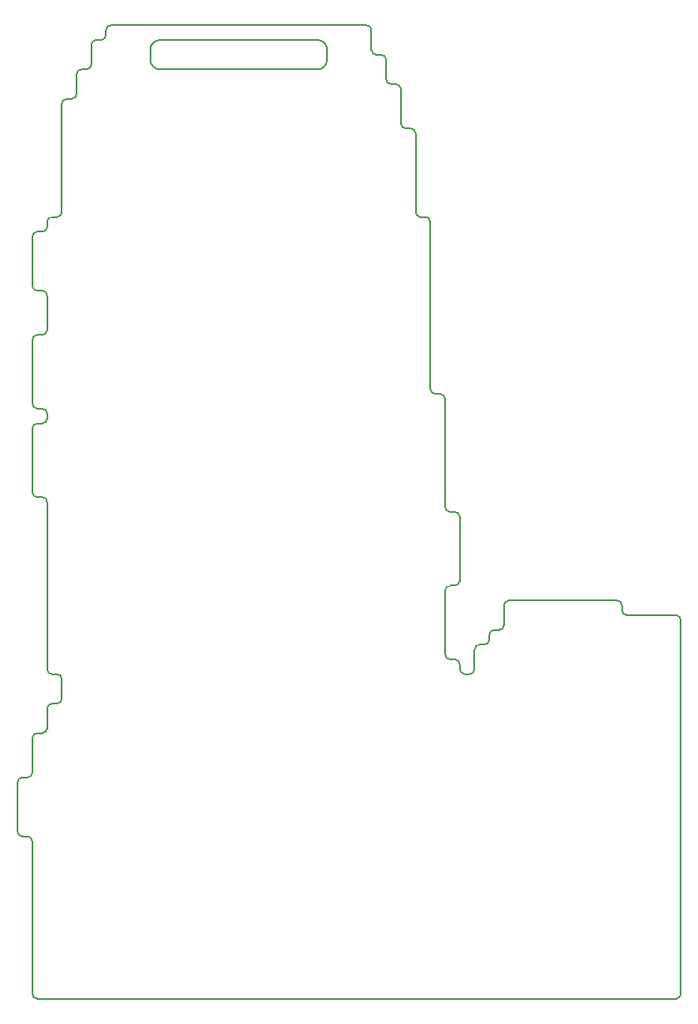
<source format=gbr>
%TF.GenerationSoftware,KiCad,Pcbnew,7.0.9*%
%TF.CreationDate,2024-01-25T10:25:39+02:00*%
%TF.ProjectId,ncscfi-badge2024,6e637363-6669-42d6-9261-646765323032,rev?*%
%TF.SameCoordinates,Original*%
%TF.FileFunction,Profile,NP*%
%FSLAX46Y46*%
G04 Gerber Fmt 4.6, Leading zero omitted, Abs format (unit mm)*
G04 Created by KiCad (PCBNEW 7.0.9) date 2024-01-25 10:25:39*
%MOMM*%
%LPD*%
G01*
G04 APERTURE LIST*
%TA.AperFunction,Profile*%
%ADD10C,0.200000*%
%TD*%
%TA.AperFunction,Profile*%
%ADD11C,0.150000*%
%TD*%
G04 APERTURE END LIST*
D10*
X55000000Y-49500000D02*
X54500000Y-49500000D01*
D11*
X25500000Y-14500000D02*
X25500000Y-15500000D01*
D10*
X55500000Y-50000000D02*
G75*
G03*
X55000000Y-49500000I-500000J0D01*
G01*
X16500000Y-20000000D02*
X16500000Y-31000000D01*
X12500000Y-88500000D02*
G75*
G03*
X12000000Y-89000000I0J-500000D01*
G01*
X17000000Y-19500000D02*
G75*
G03*
X16500000Y-20000000I0J-500000D01*
G01*
X21500000Y-12000000D02*
G75*
G03*
X21000000Y-12500000I0J-500000D01*
G01*
X13500000Y-50500000D02*
G75*
G03*
X14000000Y-51000000I500000J0D01*
G01*
X79000000Y-111000000D02*
G75*
G03*
X79500000Y-110500000I0J500000D01*
G01*
X15500000Y-78000000D02*
X16000000Y-78000000D01*
X51000000Y-18500000D02*
G75*
G03*
X50500000Y-18000000I-500000J0D01*
G01*
X55500000Y-61000000D02*
G75*
G03*
X56000000Y-61500000I500000J0D01*
G01*
X16000000Y-81000000D02*
X15500000Y-81000000D01*
X15500000Y-31500000D02*
G75*
G03*
X15000000Y-32000000I0J-500000D01*
G01*
X57000000Y-77500000D02*
G75*
G03*
X57500000Y-78000000I500000J0D01*
G01*
X18500000Y-16500000D02*
G75*
G03*
X18000000Y-17000000I0J-500000D01*
G01*
X14000000Y-111000000D02*
X79000000Y-111000000D01*
X59500000Y-75000000D02*
X59000000Y-75000000D01*
X13500000Y-95000000D02*
X13500000Y-110500000D01*
X55500000Y-61000000D02*
X55500000Y-50000000D01*
X79000000Y-72000000D02*
X74000000Y-72000000D01*
X15000000Y-51500000D02*
X15000000Y-52000000D01*
X15000000Y-32000000D02*
X15000000Y-32500000D01*
X13500000Y-95000000D02*
G75*
G03*
X13000000Y-94500000I-500000J0D01*
G01*
X15000000Y-39500000D02*
G75*
G03*
X14500000Y-39000000I-500000J0D01*
G01*
X15000000Y-51500000D02*
G75*
G03*
X14500000Y-51000000I-500000J0D01*
G01*
X56500000Y-76500000D02*
X56000000Y-76500000D01*
X12000000Y-94000000D02*
G75*
G03*
X12500000Y-94500000I500000J0D01*
G01*
X15000000Y-60500000D02*
X15000000Y-77500000D01*
X13500000Y-38500000D02*
G75*
G03*
X14000000Y-39000000I500000J0D01*
G01*
D11*
X25500000Y-15500000D02*
G75*
G03*
X26500000Y-16500000I1000000J0D01*
G01*
D10*
X50500000Y-18000000D02*
X50000000Y-18000000D01*
X52500000Y-31000000D02*
X52500000Y-23000000D01*
X15000000Y-39500000D02*
X15000000Y-43000000D01*
X15000000Y-77500000D02*
G75*
G03*
X15500000Y-78000000I500000J0D01*
G01*
X14500000Y-84000000D02*
X14000000Y-84000000D01*
X18000000Y-17000000D02*
X18000000Y-19000000D01*
X48000000Y-14500000D02*
G75*
G03*
X48500000Y-15000000I500000J0D01*
G01*
X17500000Y-19500000D02*
G75*
G03*
X18000000Y-19000000I0J500000D01*
G01*
X21000000Y-12500000D02*
X21000000Y-13000000D01*
X14500000Y-33000000D02*
X14000000Y-33000000D01*
D11*
X43500000Y-15500000D02*
X43500000Y-14500000D01*
D10*
X19000000Y-16500000D02*
G75*
G03*
X19500000Y-16000000I0J500000D01*
G01*
X14500000Y-84000000D02*
G75*
G03*
X15000000Y-83500000I0J500000D01*
G01*
X16000000Y-31500000D02*
G75*
G03*
X16500000Y-31000000I0J500000D01*
G01*
X14500000Y-33000000D02*
G75*
G03*
X15000000Y-32500000I0J500000D01*
G01*
X48000000Y-12500000D02*
G75*
G03*
X47500000Y-12000000I-500000J0D01*
G01*
X56500000Y-61500000D02*
X56000000Y-61500000D01*
X59500000Y-75000000D02*
G75*
G03*
X60000000Y-74500000I0J500000D01*
G01*
X14000000Y-60000000D02*
X14500000Y-60000000D01*
X73500000Y-71000000D02*
G75*
G03*
X73000000Y-70500000I-500000J0D01*
G01*
X73000000Y-70500000D02*
X62000000Y-70500000D01*
X16000000Y-31500000D02*
X15500000Y-31500000D01*
X57000000Y-77000000D02*
G75*
G03*
X56500000Y-76500000I-500000J0D01*
G01*
X12500000Y-94500000D02*
X13000000Y-94500000D01*
X15500000Y-81000000D02*
G75*
G03*
X15000000Y-81500000I0J-500000D01*
G01*
X19000000Y-16500000D02*
X18500000Y-16500000D01*
X51000000Y-22000000D02*
X51000000Y-18500000D01*
X57000000Y-62000000D02*
G75*
G03*
X56500000Y-61500000I-500000J0D01*
G01*
X55500000Y-76000000D02*
G75*
G03*
X56000000Y-76500000I500000J0D01*
G01*
X54000000Y-32000000D02*
G75*
G03*
X53500000Y-31500000I-500000J0D01*
G01*
X52000000Y-22500000D02*
X51500000Y-22500000D01*
X49500000Y-17500000D02*
X49500000Y-15500000D01*
X14000000Y-52500000D02*
G75*
G03*
X13500000Y-53000000I0J-500000D01*
G01*
X58000000Y-78000000D02*
X57500000Y-78000000D01*
X16000000Y-81000000D02*
G75*
G03*
X16500000Y-80500000I0J500000D01*
G01*
X51000000Y-22000000D02*
G75*
G03*
X51500000Y-22500000I500000J0D01*
G01*
X73500000Y-71500000D02*
G75*
G03*
X74000000Y-72000000I500000J0D01*
G01*
X20500000Y-13500000D02*
X20000000Y-13500000D01*
X54000000Y-49000000D02*
X54000000Y-32000000D01*
X58500000Y-75500000D02*
X58500000Y-77500000D01*
X14500000Y-43500000D02*
X14000000Y-43500000D01*
X14000000Y-51000000D02*
X14500000Y-51000000D01*
X13500000Y-53000000D02*
X13500000Y-59500000D01*
X47500000Y-12000000D02*
X21500000Y-12000000D01*
X61000000Y-73500000D02*
G75*
G03*
X61500000Y-73000000I0J500000D01*
G01*
X52500000Y-23000000D02*
G75*
G03*
X52000000Y-22500000I-500000J0D01*
G01*
D11*
X42500000Y-13500000D02*
X26500000Y-13500000D01*
D10*
X55500000Y-76000000D02*
X55500000Y-69500000D01*
X57000000Y-68500000D02*
X57000000Y-62000000D01*
X16500000Y-78500000D02*
X16500000Y-80500000D01*
X16500000Y-78500000D02*
G75*
G03*
X16000000Y-78000000I-500000J0D01*
G01*
X49500000Y-17500000D02*
G75*
G03*
X50000000Y-18000000I500000J0D01*
G01*
X14000000Y-84000000D02*
G75*
G03*
X13500000Y-84500000I0J-500000D01*
G01*
X79500000Y-110500000D02*
X79500000Y-72500000D01*
X20000000Y-13500000D02*
G75*
G03*
X19500000Y-14000000I0J-500000D01*
G01*
X14000000Y-39000000D02*
X14500000Y-39000000D01*
X13000000Y-88500000D02*
G75*
G03*
X13500000Y-88000000I0J500000D01*
G01*
X13000000Y-88500000D02*
X12500000Y-88500000D01*
X52500000Y-31000000D02*
G75*
G03*
X53000000Y-31500000I500000J0D01*
G01*
X61000000Y-73500000D02*
X60500000Y-73500000D01*
X56000000Y-69000000D02*
G75*
G03*
X55500000Y-69500000I0J-500000D01*
G01*
D11*
X26500000Y-16500000D02*
X42500000Y-16500000D01*
D10*
X13500000Y-110500000D02*
G75*
G03*
X14000000Y-111000000I500000J0D01*
G01*
X49000000Y-15000000D02*
X48500000Y-15000000D01*
X19500000Y-14000000D02*
X19500000Y-16000000D01*
X49500000Y-15500000D02*
G75*
G03*
X49000000Y-15000000I-500000J0D01*
G01*
X14500000Y-52500000D02*
G75*
G03*
X15000000Y-52000000I0J500000D01*
G01*
X62000000Y-70500000D02*
G75*
G03*
X61500000Y-71000000I0J-500000D01*
G01*
X15000000Y-81500000D02*
X15000000Y-83500000D01*
X59000000Y-75000000D02*
G75*
G03*
X58500000Y-75500000I0J-500000D01*
G01*
X20500000Y-13500000D02*
G75*
G03*
X21000000Y-13000000I0J500000D01*
G01*
X13500000Y-33500000D02*
X13500000Y-38500000D01*
X17500000Y-19500000D02*
X17000000Y-19500000D01*
X12000000Y-89000000D02*
X12000000Y-94000000D01*
X60000000Y-74000000D02*
X60000000Y-74500000D01*
D11*
X43500000Y-14500000D02*
G75*
G03*
X42500000Y-13500000I-1000000J0D01*
G01*
D10*
X48000000Y-14500000D02*
X48000000Y-12500000D01*
X14000000Y-33000000D02*
G75*
G03*
X13500000Y-33500000I0J-500000D01*
G01*
X56000000Y-69000000D02*
X56500000Y-69000000D01*
X14500000Y-43500000D02*
G75*
G03*
X15000000Y-43000000I0J500000D01*
G01*
X53500000Y-31500000D02*
X53000000Y-31500000D01*
D11*
X42500000Y-16500000D02*
G75*
G03*
X43500000Y-15500000I0J1000000D01*
G01*
D10*
X60500000Y-73500000D02*
G75*
G03*
X60000000Y-74000000I0J-500000D01*
G01*
X79500000Y-72500000D02*
G75*
G03*
X79000000Y-72000000I-500000J0D01*
G01*
X13500000Y-59500000D02*
G75*
G03*
X14000000Y-60000000I500000J0D01*
G01*
X56500000Y-69000000D02*
G75*
G03*
X57000000Y-68500000I0J500000D01*
G01*
X61500000Y-71000000D02*
X61500000Y-73000000D01*
X13500000Y-44000000D02*
X13500000Y-50500000D01*
X14500000Y-52500000D02*
X14000000Y-52500000D01*
X54000000Y-49000000D02*
G75*
G03*
X54500000Y-49500000I500000J0D01*
G01*
X13500000Y-84500000D02*
X13500000Y-88000000D01*
X14000000Y-43500000D02*
G75*
G03*
X13500000Y-44000000I0J-500000D01*
G01*
D11*
X26500000Y-13500000D02*
G75*
G03*
X25500000Y-14500000I0J-1000000D01*
G01*
D10*
X15000000Y-60500000D02*
G75*
G03*
X14500000Y-60000000I-500000J0D01*
G01*
X73500000Y-71500000D02*
X73500000Y-71000000D01*
X58000000Y-78000000D02*
G75*
G03*
X58500000Y-77500000I0J500000D01*
G01*
X57000000Y-77500000D02*
X57000000Y-77000000D01*
M02*

</source>
